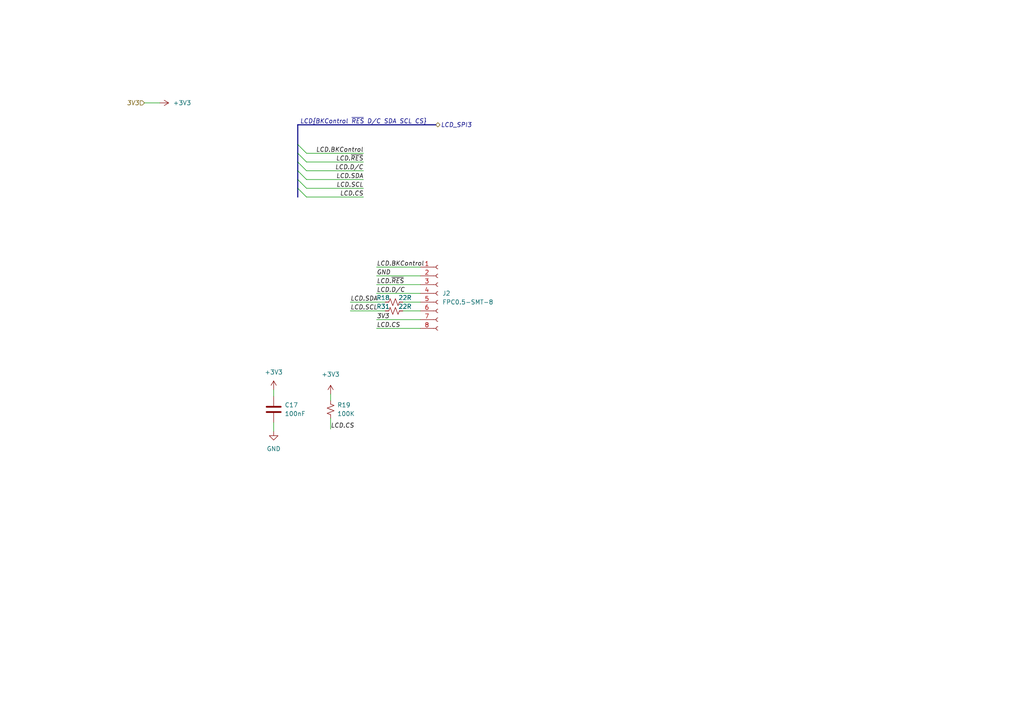
<source format=kicad_sch>
(kicad_sch (version 20230121) (generator eeschema)
  (paper "A4")
  (lib_symbols
    (symbol "Connector:Conn_01x08_Female" (pin_names (offset 1.016) hide)
      (property "Reference" "J" (at 0 10.16 0))
      (property "Value" "Conn_01x08_Female" (at 0 -12.7 0))
      (symbol "Conn_01x08_Female_1_1"
        (arc (start 0 -9.652) (mid -0.5058 -10.16) (end 0 -10.668) (stroke (width 0.1524)))
        (arc (start 0 -7.112) (mid -0.5058 -7.62) (end 0 -8.128) (stroke (width 0.1524)))
        (arc (start 0 -4.572) (mid -0.5058 -5.08) (end 0 -5.588) (stroke (width 0.1524)))
        (arc (start 0 -2.032) (mid -0.5058 -2.54) (end 0 -3.048) (stroke (width 0.1524)))
        (polyline (pts (xy -1.27 -10.16) (xy -0.508 -10.16)) (stroke (width 0.1524)))
        (polyline (pts (xy -1.27 -7.62) (xy -0.508 -7.62)) (stroke (width 0.1524)))
        (polyline (pts (xy -1.27 -5.08) (xy -0.508 -5.08)) (stroke (width 0.1524)))
        (polyline (pts (xy -1.27 -2.54) (xy -0.508 -2.54)) (stroke (width 0.1524)))
        (polyline (pts (xy -1.27 0) (xy -0.508 0)) (stroke (width 0.1524)))
        (polyline (pts (xy -1.27 2.54) (xy -0.508 2.54)) (stroke (width 0.1524)))
        (polyline (pts (xy -1.27 5.08) (xy -0.508 5.08)) (stroke (width 0.1524)))
        (polyline (pts (xy -1.27 7.62) (xy -0.508 7.62)) (stroke (width 0.1524)))
        (arc (start 0 0.508) (mid -0.5058 0) (end 0 -0.508) (stroke (width 0.1524)))
        (arc (start 0 3.048) (mid -0.5058 2.54) (end 0 2.032) (stroke (width 0.1524)))
        (arc (start 0 5.588) (mid -0.5058 5.08) (end 0 4.572) (stroke (width 0.1524)))
        (arc (start 0 8.128) (mid -0.5058 7.62) (end 0 7.112) (stroke (width 0.1524)))
        (pin passive line (at -5.08 7.62 0) (length 3.81) (name "Pin_1") (number "1"))
        (pin passive line (at -5.08 5.08 0) (length 3.81) (name "Pin_2") (number "2"))
        (pin passive line (at -5.08 2.54 0) (length 3.81) (name "Pin_3") (number "3"))
        (pin passive line (at -5.08 0 0) (length 3.81) (name "Pin_4") (number "4"))
        (pin passive line (at -5.08 -2.54 0) (length 3.81) (name "Pin_5") (number "5"))
        (pin passive line (at -5.08 -5.08 0) (length 3.81) (name "Pin_6") (number "6"))
        (pin passive line (at -5.08 -7.62 0) (length 3.81) (name "Pin_7") (number "7"))
        (pin passive line (at -5.08 -10.16 0) (length 3.81) (name "Pin_8") (number "8"))
      )
    )
    (symbol "Device:C" (pin_numbers hide) (pin_names (offset 0.254))
      (property "Reference" "C" (at 0.635 2.54 0))
      (property "Value" "C" (at 0.635 -2.54 0))
      (symbol "C_0_1"
        (polyline (pts (xy -2.032 -0.762) (xy 2.032 -0.762)) (stroke (width 0.508)))
        (polyline (pts (xy -2.032 0.762) (xy 2.032 0.762)) (stroke (width 0.508)))
      )
      (symbol "C_1_1"
        (pin passive line (at 0 3.81 270) (length 2.794) (name "~") (number "1"))
        (pin passive line (at 0 -3.81 90) (length 2.794) (name "~") (number "2"))
      )
    )
    (symbol "Device:R_Small_US" (pin_numbers hide) (pin_names (offset 0.254) hide)
      (property "Reference" "R" (at 0.762 0.508 0))
      (property "Value" "R_Small_US" (at 0.762 -1.016 0))
      (symbol "R_Small_US_1_1"
        (polyline (pts (xy 0 0) (xy 1.016 -0.381) (xy 0 -0.762) (xy -1.016 -1.143) (xy 0 -1.524)))
        (polyline (pts (xy 0 1.524) (xy 1.016 1.143) (xy 0 0.762) (xy -1.016 0.381) (xy 0 0)))
        (pin passive line (at 0 2.54 270) (length 1.016) (name "~") (number "1"))
        (pin passive line (at 0 -2.54 90) (length 1.016) (name "~") (number "2"))
      )
    )
    (symbol "power:+3V3" (power) (pin_names (offset 0))
      (property "Value" "+3V3" (at 0 3.556 0))
      (symbol "+3V3_0_1"
        (polyline (pts (xy -0.762 1.27) (xy 0 2.54)))
        (polyline (pts (xy 0 0) (xy 0 2.54)))
        (polyline (pts (xy 0 2.54) (xy 0.762 1.27)))
      )
      (symbol "+3V3_1_1"
        (pin power_in line (at 0 0 90) (length 0) hide (name "+3V3") (number "1"))
      )
    )
    (symbol "power:GND" (power) (pin_names (offset 0))
      (property "Value" "GND" (at 0 -3.81 0))
      (symbol "GND_0_1"
        (polyline (pts (xy 0 0) (xy 0 -1.27) (xy 1.27 -1.27) (xy 0 -2.54) (xy -1.27 -1.27) (xy 0 -1.27)))
      )
      (symbol "GND_1_1"
        (pin power_in line (at 0 0 270) (length 0) hide (name "GND") (number "1"))
      )
    )
  )
  (bus_entry (at 86.36 44.45) (size 2.54 2.54))
  (bus_entry (at 86.36 54.61) (size 2.54 2.54))
  (bus_entry (at 86.36 52.07) (size 2.54 2.54))
  (bus_entry (at 86.36 41.91) (size 2.54 2.54))
  (bus_entry (at 86.36 46.99) (size 2.54 2.54))
  (bus_entry (at 86.36 49.53) (size 2.54 2.54))
  (bus (pts (xy 86.36 49.53) (xy 86.36 52.07)))
  (bus (pts (xy 86.36 36.195) (xy 86.36 41.91)))
  (bus (pts (xy 86.36 52.07) (xy 86.36 54.61)))
  (wire (pts (xy 88.9 57.15) (xy 105.41 57.15)))
  (wire (pts (xy 95.885 124.46) (xy 95.885 121.285)))
  (wire (pts (xy 109.22 92.71) (xy 121.92 92.71)))
  (wire (pts (xy 116.84 87.63) (xy 121.92 87.63)))
  (wire (pts (xy 46.355 29.845) (xy 41.91 29.845)))
  (wire (pts (xy 88.9 49.53) (xy 105.41 49.53)))
  (wire (pts (xy 88.9 44.45) (xy 105.41 44.45)))
  (wire (pts (xy 88.9 54.61) (xy 105.41 54.61)))
  (wire (pts (xy 109.22 85.09) (xy 121.92 85.09)))
  (bus (pts (xy 86.36 44.45) (xy 86.36 46.99)))
  (wire (pts (xy 109.22 82.55) (xy 121.92 82.55)))
  (wire (pts (xy 101.6 90.17) (xy 111.76 90.17)))
  (bus (pts (xy 86.36 36.195) (xy 126.365 36.195)))
  (bus (pts (xy 86.36 41.91) (xy 86.36 44.45)))
  (wire (pts (xy 109.22 95.25) (xy 121.92 95.25)))
  (wire (pts (xy 88.9 52.07) (xy 105.41 52.07)))
  (wire (pts (xy 109.22 80.01) (xy 121.92 80.01)))
  (wire (pts (xy 109.22 77.47) (xy 121.92 77.47)))
  (wire (pts (xy 88.9 46.99) (xy 105.41 46.99)))
  (bus (pts (xy 86.36 54.61) (xy 86.36 57.15)))
  (bus (pts (xy 86.36 46.99) (xy 86.36 49.53)))
  (wire (pts (xy 79.375 113.03) (xy 79.375 114.935)))
  (wire (pts (xy 79.375 125.095) (xy 79.375 122.555)))
  (wire (pts (xy 116.84 90.17) (xy 121.92 90.17)))
  (wire (pts (xy 95.885 114.3) (xy 95.885 116.205)))
  (wire (pts (xy 101.6 87.63) (xy 111.76 87.63)))
  (label "LCD.~{RES}" (at 105.41 46.99 180) (effects (font italic)))
  (label "LCD.CS" (at 105.41 57.15 180) (effects (font italic)))
  (label "LCD.CS" (at 95.885 124.46 0) (effects (font italic)))
  (label "LCD.~{RES}" (at 109.22 82.55 0) (effects (font italic)))
  (label "LCD.D{slash}C" (at 105.41 49.53 180) (effects (font italic)))
  (label "LCD.BKControl" (at 109.22 77.47 0) (effects (font italic)))
  (label "LCD.D{slash}C" (at 109.22 85.09 0) (effects (font italic)))
  (label "LCD.CS" (at 109.22 95.25 0) (effects (font italic)))
  (label "LCD.SCL" (at 105.41 54.61 180) (effects (font italic)))
  (label "LCD.SDA" (at 101.6 87.63 0) (effects (font italic)))
  (label "LCD.SDA" (at 105.41 52.07 180) (effects (font italic)))
  (label "3V3" (at 109.22 92.71 0) (effects (font italic)))
  (label "LCD{BKControl ~{RES} D{slash}C SDA SCL CS}" (at 86.995 36.195 0) (effects (font italic)))
  (label "LCD.SCL" (at 101.6 90.17 0) (effects (font italic)))
  (label "LCD.BKControl" (at 105.41 44.45 180) (effects (font italic)))
  (label "GND" (at 109.22 80.01 0) (effects (font italic)))
  (hierarchical_label "LCD_SPI3" (shape bidirectional) (at 126.365 36.195 0) (effects (font italic)))
  (hierarchical_label "3V3" (shape input) (at 41.91 29.845 180) (effects (font italic)))
  (symbol (lib_id "power:+3V3") (at 79.375 113.03 0) (unit 1)
    (property "Reference" "#PWR05" (effects hide))
    (property "Value" "+3V3" (at 79.375 107.95 0))
    (instances (project "STM32F446RC" (path "" (reference "#PWR05") (unit 1))) (project "Commander" (path "" (reference "#PWR034") (unit 1))))
  )
  (symbol (lib_id "Device:R_Small_US") (at 114.3 90.17 90) (unit 1)
    (property "Reference" "R31" (at 111.125 88.9 90))
    (property "Value" "22R" (at 117.475 88.9 90))
    (property "Footprint" "Resistor_SMD:R_0402_1005Metric" (effects hide))
    (instances (project "STM32F446RC" (path "" (reference "R31") (unit 1))) (project "Commander" (path "" (reference "R12") (unit 1))))
  )
  (symbol (lib_id "power:+3V3") (at 95.885 114.3 0) (unit 1)
    (property "Reference" "#PWR07" (effects hide))
    (property "Value" "+3V3" (at 95.885 108.585 0))
    (instances (project "STM32F446RC" (path "" (reference "#PWR07") (unit 1))) (project "Commander" (path "" (reference "#PWR035") (unit 1))))
  )
  (symbol (lib_id "power:GND") (at 79.375 125.095 0) (unit 1)
    (property "Reference" "#PWR06" (effects hide))
    (property "Value" "GND" (at 79.375 130.175 0))
    (instances (project "STM32F446RC" (path "" (reference "#PWR06") (unit 1))) (project "Commander" (path "" (reference "#PWR036") (unit 1))))
  )
  (symbol (lib_id "power:+3V3") (at 46.355 29.845 270) (unit 1)
    (property "Reference" "#PWR04" (effects hide))
    (property "Value" "+3V3" (at 50.165 29.8449 90) (effects (justify left)))
    (instances (project "STM32F446RC" (path "" (reference "#PWR04") (unit 1))) (project "Commander" (path "" (reference "#PWR031") (unit 1))))
  )
  (symbol (lib_id "Device:C") (at 79.375 118.745 0) (unit 1)
    (property "Reference" "C17" (at 82.55 117.4749 0) (effects (justify left)))
    (property "Value" "100nF" (at 82.55 120.0149 0) (effects (justify left)))
    (property "Footprint" "Capacitor_SMD:C_0402_1005Metric_Pad0.74x0.62mm_HandSolder" (effects hide))
  )
  (symbol (lib_id "Connector:Conn_01x08_Female") (at 127 85.09 0) (unit 1)
    (property "Reference" "J2" (at 128.27 85.0899 0) (effects (justify left)))
    (property "Value" "FPC0.5-SMT-8" (at 128.27 87.6299 0) (effects (justify left)))
    (property "Footprint" "Connector_FFC-FPC:Hirose_FH12-8S-0.5SH_1x08-1MP_P0.50mm_Horizontal" (effects hide))
    (instances (project "STM32F446RC" (path "" (reference "J2") (unit 1))) (project "Commander" (path "" (reference "J3") (unit 1))))
  )
  (symbol (lib_id "Device:R_Small_US") (at 114.3 87.63 90) (unit 1)
    (property "Reference" "R18" (at 111.125 86.36 90))
    (property "Value" "22R" (at 117.475 86.36 90))
    (property "Footprint" "Resistor_SMD:R_0402_1005Metric" (effects hide))
    (instances (project "STM32F446RC" (path "" (reference "R18") (unit 1))) (project "Commander" (path "" (reference "R11") (unit 1))))
  )
  (symbol (lib_id "Device:R_Small_US") (at 95.885 118.745 0) (unit 1)
    (property "Reference" "R19" (at 97.79 117.4749 0) (effects (justify left)))
    (property "Value" "100K" (at 97.79 120.0149 0) (effects (justify left)))
    (property "Footprint" "Resistor_SMD:R_0402_1005Metric" (effects hide))
    (instances (project "STM32F446RC" (path "" (reference "R19") (unit 1))) (project "Commander" (path "" (reference "R14") (unit 1))))
  )
)
</source>
